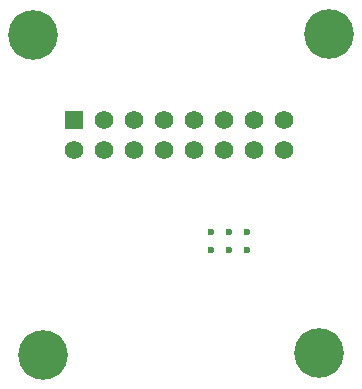
<source format=gbs>
G04*
G04 #@! TF.GenerationSoftware,Altium Limited,Altium Designer,21.6.1 (37)*
G04*
G04 Layer_Color=16711935*
%FSLAX44Y44*%
%MOMM*%
G71*
G04*
G04 #@! TF.SameCoordinates,389F95CB-BFB7-4352-95D8-32FE421A7396*
G04*
G04*
G04 #@! TF.FilePolarity,Negative*
G04*
G01*
G75*
%ADD46C,1.5700*%
%ADD47R,1.5700X1.5700*%
%ADD48C,0.6000*%
%ADD49C,4.2000*%
D46*
X202400Y298500D02*
D03*
X227800D02*
D03*
Y323900D02*
D03*
X253200Y298500D02*
D03*
Y323900D02*
D03*
X278600Y298500D02*
D03*
Y323900D02*
D03*
X304000Y298500D02*
D03*
Y323900D02*
D03*
X329400Y298500D02*
D03*
Y323900D02*
D03*
X354800Y298500D02*
D03*
Y323900D02*
D03*
X380200Y298500D02*
D03*
Y323900D02*
D03*
D47*
X202400D02*
D03*
D48*
X333750Y229250D02*
D03*
Y214250D02*
D03*
X318750D02*
D03*
Y229250D02*
D03*
X348750D02*
D03*
Y214250D02*
D03*
D49*
X418000Y397000D02*
D03*
X410000Y127000D02*
D03*
X176000Y125000D02*
D03*
X168000Y396000D02*
D03*
M02*

</source>
